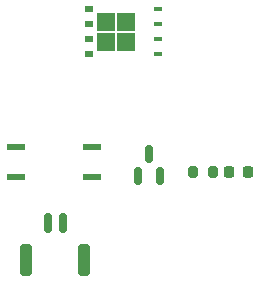
<source format=gbr>
%TF.GenerationSoftware,KiCad,Pcbnew,(6.0.1)*%
%TF.CreationDate,2023-03-26T21:04:12+08:00*%
%TF.ProjectId,Solenoid valve,536f6c65-6e6f-4696-9420-76616c76652e,rev?*%
%TF.SameCoordinates,Original*%
%TF.FileFunction,Paste,Top*%
%TF.FilePolarity,Positive*%
%FSLAX46Y46*%
G04 Gerber Fmt 4.6, Leading zero omitted, Abs format (unit mm)*
G04 Created by KiCad (PCBNEW (6.0.1)) date 2023-03-26 21:04:12*
%MOMM*%
%LPD*%
G01*
G04 APERTURE LIST*
G04 Aperture macros list*
%AMRoundRect*
0 Rectangle with rounded corners*
0 $1 Rounding radius*
0 $2 $3 $4 $5 $6 $7 $8 $9 X,Y pos of 4 corners*
0 Add a 4 corners polygon primitive as box body*
4,1,4,$2,$3,$4,$5,$6,$7,$8,$9,$2,$3,0*
0 Add four circle primitives for the rounded corners*
1,1,$1+$1,$2,$3*
1,1,$1+$1,$4,$5*
1,1,$1+$1,$6,$7*
1,1,$1+$1,$8,$9*
0 Add four rect primitives between the rounded corners*
20,1,$1+$1,$2,$3,$4,$5,0*
20,1,$1+$1,$4,$5,$6,$7,0*
20,1,$1+$1,$6,$7,$8,$9,0*
20,1,$1+$1,$8,$9,$2,$3,0*%
G04 Aperture macros list end*
%ADD10RoundRect,0.218750X0.218750X0.256250X-0.218750X0.256250X-0.218750X-0.256250X0.218750X-0.256250X0*%
%ADD11RoundRect,0.137500X-0.662500X-0.137500X0.662500X-0.137500X0.662500X0.137500X-0.662500X0.137500X0*%
%ADD12RoundRect,0.150000X0.150000X-0.587500X0.150000X0.587500X-0.150000X0.587500X-0.150000X-0.587500X0*%
%ADD13R,0.750000X0.400000*%
%ADD14R,0.750000X0.500000*%
%ADD15R,1.500000X1.500000*%
%ADD16RoundRect,0.200000X0.200000X0.275000X-0.200000X0.275000X-0.200000X-0.275000X0.200000X-0.275000X0*%
%ADD17RoundRect,0.150000X-0.150000X-0.700000X0.150000X-0.700000X0.150000X0.700000X-0.150000X0.700000X0*%
%ADD18RoundRect,0.250000X-0.250000X-1.100000X0.250000X-1.100000X0.250000X1.100000X-0.250000X1.100000X0*%
G04 APERTURE END LIST*
D10*
%TO.C,D1*%
X24063500Y9547000D03*
X22488500Y9547000D03*
%TD*%
D11*
%TO.C,U1*%
X4401000Y11677000D03*
X4401000Y9137000D03*
X10901000Y9137000D03*
X10901000Y11677000D03*
%TD*%
D12*
%TO.C,Q1*%
X14761000Y9229500D03*
X16661000Y9229500D03*
X15711000Y11104500D03*
%TD*%
D13*
%TO.C,Q2*%
X16451000Y23342000D03*
X16451000Y22072000D03*
X16451000Y20802000D03*
X16451000Y19532000D03*
D14*
X10646000Y19532000D03*
X10646000Y23342000D03*
X10646000Y20802000D03*
D15*
X13751000Y20587000D03*
D14*
X10646000Y22072000D03*
D15*
X12051000Y22287000D03*
X12051000Y20587000D03*
X13751000Y22287000D03*
%TD*%
D16*
%TO.C,R11*%
X21081000Y9547000D03*
X19431000Y9547000D03*
%TD*%
D17*
%TO.C,J1*%
X7126000Y5287000D03*
X8376000Y5287000D03*
D18*
X5276000Y2087000D03*
X10226000Y2087000D03*
%TD*%
M02*

</source>
